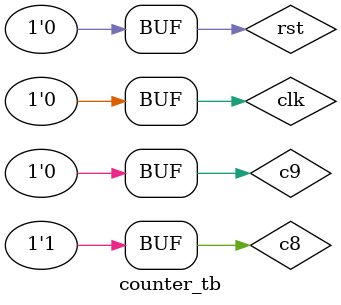
<source format=v>
module tff(
input clk, rst, t,
output reg q
);

always @(posedge clk, posedge rst) begin
	if(rst)
		q<=0;
	else begin
	if(t==0)
		q <= q;
	else
		q <= ~q;
	end
end

endmodule

module counter(
	input c8, c9, clk, rst,
	output reg cnt7
);

wire q0, q1, q2;

tff inst2(.clk(clk), .rst(rst), .t((c8 | c9) & q0 & q1), .q(q2));
tff inst1(.clk(clk), .rst(rst), .t((c8 | c9) & q0), .q(q1));
tff inst0(.clk(clk), .rst(rst), .t(c8 | c9), .q(q0));

assign cnt7 = q0 & q1 & q2;
endmodule

module counter_tb;
	reg clk, rst, c8, c9;
	wire cnt7;

	counter inst(
	.clk(clk),
	.rst(rst),
	.c8(c8),
	.c9(c9),
	.cnt7(cnt7)
);

	localparam CLK_PERIOD = 100, RUNNING_CYCLES=28, RST_DURATION = 25;

	initial begin
		clk = 0;
		repeat(2*RUNNING_CYCLES) #(CLK_PERIOD/2) clk=~clk;
	end

	initial begin 
		rst=1;
		#RST_DURATION rst=0;
	end

	initial begin
		repeat(14) #(CLK_PERIOD/2) {c8,c9} = 2'b00;
		repeat(14) #(CLK_PERIOD/2) {c8,c9} = 2'b01;
		repeat(14) #(CLK_PERIOD/2) {c8,c9} = 2'b10;
	end

	  initial begin
    $display("TIME\tc8\tc9\tcnt7");
    $monitor("%0t\t%b\t%b\t%b",$time,c8, c9, cnt7);
  end

endmodule
</source>
